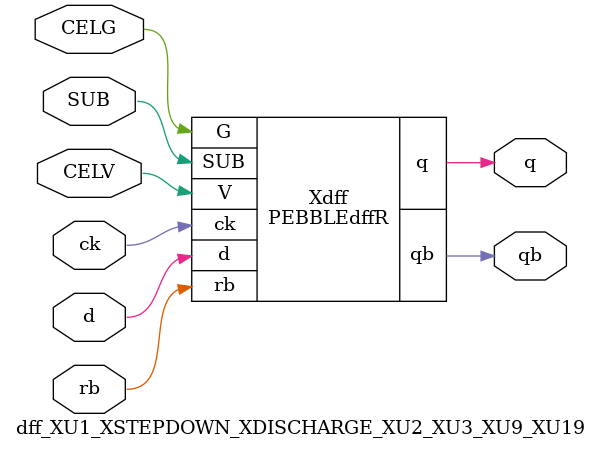
<source format=v>



module PEBBLEdffR ( q, qb, G, SUB, V, ck, d, rb );

  input V;
  output q;
  input rb;
  input d;
  input G;
  input ck;
  input SUB;
  output qb;
endmodule

//Celera Confidential Do Not Copy dff_XU1_XSTEPDOWN_XDISCHARGE_XU2_XU3_XU9_XU19
//Celera Confidential Symbol Generator
//DFF latch
module dff_XU1_XSTEPDOWN_XDISCHARGE_XU2_XU3_XU9_XU19 (CELV,CELG,d,rb,ck,q,qb,SUB );
input CELV;
input CELG;
input d;
input rb;
input ck;
input SUB;
output q;
output qb;

//Celera Confidential Do Not Copy dff
PEBBLEdffR Xdff(
.V (CELV),
.d (d),
.rb (rb),
.ck (ck),
.q (q),
.qb (qb),
.SUB (SUB),
.G (CELG)
);
//,diesize,PEBBLEdffR

//Celera Confidential Do Not Copy Module End
//Celera Schematic Generator
endmodule

</source>
